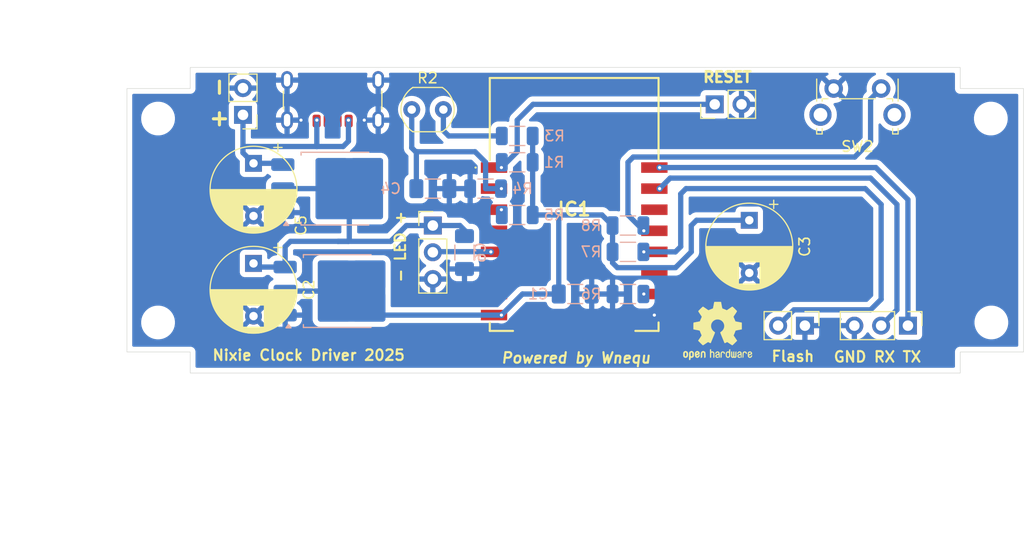
<source format=kicad_pcb>
(kicad_pcb (version 20240108) (generator "pcbnew") (generator_version "8.0")
  (layers (0 "F.Cu" signal) (31 "B.Cu" signal) (34 "B.Paste" user) (35 "F.Paste" user) (36 "B.SilkS" user "B.Silkscreen") (37 "F.SilkS" user "F.Silkscreen") (38 "B.Mask" user) (39 "F.Mask" user) (44 "Edge.Cuts" user))
  (net 0 "")
  (net 1 "GND")
  (net 2 "+3.3V")
  (net 3 "+5V")
  (net 4 "ADC")
  (net 5 "Net-(IC1-EN)")
  (net 8 "LED")
  (net 10 "Net-(IC1-IO0)")
  (net 14 "Net-(IC1-IO15)")
  (net 20 "Net-(IC1-RST)")
  (net 21 "Net-(R2-Pad1)")
  (net 22 "CHANGE")
  (net 25 "TX")
  (net 26 "RX")
  (net 27 "Net-(J1-Pin_1)")
  (footprint "Connector_USB:USB_C_Receptacle_GCT_USB4125-xx-x_6P_TopMnt_Horizontal" (layer "F.Cu") (at 99 57 180)
    (property "Reference" "J5" (hide yes))
    (property "Value" "USB_C_Receptacle_PowerOnly_6P" (hide yes))
    (pad "A5" smd roundrect (at -0.5 -3.08 180) (size 0.7 1.2) (layers "F.Cu" "F.Paste" "F.Mask"))
    (pad "A9" smd roundrect (at 1.52 -3.08) (size 0.76 1.2) (layers "F.Cu" "F.Paste" "F.Mask") (net 27 "Net-(J1-Pin_1)"))
    (pad "A12" smd roundrect (at 2.75 -3.08) (size 0.8 1.2) (layers "F.Cu" "F.Paste" "F.Mask") (net 1 "GND"))
    (pad "B5" smd roundrect (at 0.5 -3.08) (size 0.7 1.2) (layers "F.Cu" "F.Paste" "F.Mask"))
    (pad "B9" smd roundrect (at -1.52 -3.08 180) (size 0.76 1.2) (layers "F.Cu" "F.Paste" "F.Mask") (net 27 "Net-(J1-Pin_1)"))
    (pad "B12" smd roundrect (at -2.75 -3.08 180) (size 0.8 1.2) (layers "F.Cu" "F.Paste" "F.Mask") (net 1 "GND"))
    (pad "S1" thru_hole oval (at -4.32 -3 180) (size 1.1 1.7) (drill oval 0.6 1.2) (layers "*.Cu" "*.Mask" "F.Paste") (net 1 "GND"))
    (pad "S1" thru_hole oval (at -4.32 0.8 180) (size 1.1 1.7) (drill oval 0.6 1.2) (layers "*.Cu" "*.Mask" "F.Paste") (net 1 "GND"))
    (pad "S1" thru_hole oval (at 4.32 -3 180) (size 1.1 1.7) (drill oval 0.6 1.2) (layers "*.Cu" "*.Mask" "F.Paste") (net 1 "GND"))
    (pad "S1" thru_hole oval (at 4.32 0.8 180) (size 1.1 1.7) (drill oval 0.6 1.2) (layers "*.Cu" "*.Mask" "F.Paste") (net 1 "GND"))
  )
  (footprint "MountingHole:MountingHole_2.7mm_M2.5_ISO7380" (layer "F.Cu") (at 161.4 59.85)
    (property "Reference" "REF**" (hide yes))
    (property "Value" "MountingHole_2.7mm_M2.5_ISO7380" (hide yes))
    (pad "" np_thru_hole circle (at 0 0) (size 2.7 2.7) (drill 2.7) (layers "F&B.Cu" "*.Mask"))
  )
  (footprint "Connector_PinHeader_2.54mm:PinHeader_1x03_P2.54mm_Vertical" (layer "F.Cu") (at 108.5 70)
    (property "Reference" "J3" (hide yes))
    (property "Value" "LED" (hide yes))
    (pad "1" thru_hole rect (at 0 0) (size 1.7 1.7) (drill 1) (layers "*.Cu" "*.Mask") (net 3 "+5V"))
    (pad "2" thru_hole oval (at 0 2.54) (size 1.7 1.7) (drill 1) (layers "*.Cu" "*.Mask") (net 8 "LED"))
    (pad "3" thru_hole oval (at 0 5.08) (size 1.7 1.7) (drill 1) (layers "*.Cu" "*.Mask") (net 1 "GND"))
  )
  (footprint "Connector_PinHeader_2.54mm:PinHeader_1x02_P2.54mm_Vertical" (layer "F.Cu") (at 90.5 59.5 180)
    (property "Reference" "J1" (hide yes))
    (property "Value" "VCC" (hide yes))
    (pad "1" thru_hole rect (at 0 0 180) (size 1.7 1.7) (drill 1) (layers "*.Cu" "*.Mask") (net 27 "Net-(J1-Pin_1)"))
    (pad "2" thru_hole oval (at 0 2.54 180) (size 1.7 1.7) (drill 1) (layers "*.Cu" "*.Mask") (net 1 "GND"))
  )
  (footprint "MountingHole:MountingHole_2.7mm_M2.5_ISO7380" (layer "F.Cu") (at 82.45 79.2)
    (property "Reference" "REF**" (hide yes))
    (property "Value" "MountingHole_2.7mm_M2.5_ISO7380" (hide yes))
    (pad "" np_thru_hole circle (at 0 0) (size 2.7 2.7) (drill 2.7) (layers "*.Cu" "*.Mask"))
  )
  (footprint "Connector_PinHeader_2.54mm:PinHeader_1x03_P2.54mm_Vertical" (layer "F.Cu") (at 153.54 79.5 -90)
    (property "Reference" "J6" (hide yes))
    (property "Value" "PROGRAMMING" (hide yes))
    (pad "1" thru_hole rect (at 0 0 270) (size 1.7 1.7) (drill 1) (layers "*.Cu" "*.Mask") (net 25 "TX"))
    (pad "2" thru_hole oval (at 0 2.54 270) (size 1.7 1.7) (drill 1) (layers "*.Cu" "*.Mask") (net 26 "RX"))
    (pad "3" thru_hole oval (at 0 5.08 270) (size 1.7 1.7) (drill 1) (layers "*.Cu" "*.Mask") (net 1 "GND"))
  )
  (footprint "Connector_PinHeader_2.54mm:PinHeader_1x02_P2.54mm_Vertical" (layer "F.Cu") (at 143.775 79.5 -90)
    (property "Reference" "J4" (hide yes))
    (property "Value" "FLASH" (hide yes))
    (pad "1" thru_hole rect (at 0 0 270) (size 1.7 1.7) (drill 1) (layers "*.Cu" "*.Mask") (net 1 "GND"))
    (pad "2" thru_hole oval (at 0 2.54 270) (size 1.7 1.7) (drill 1) (layers "*.Cu" "*.Mask") (net 10 "Net-(IC1-IO0)"))
  )
  (footprint "Capacitor_THT:CP_Radial_D8.0mm_P5.00mm" (layer "F.Cu") (at 138.5 69.5 -90)
    (property "Reference" "C3" (at 2.5 -5.25 90) (layer "F.SilkS"))
    (property "Value" "100u" (hide yes))
    (pad "1" thru_hole rect (at 0 0 270) (size 1.6 1.6) (drill 0.8) (layers "*.Cu" "*.Mask") (net 2 "+3.3V"))
    (pad "2" thru_hole circle (at 5 0 270) (size 1.6 1.6) (drill 0.8) (layers "*.Cu" "*.Mask") (net 1 "GND"))
  )
  (footprint "SamacSys_Parts:ESP12F" (layer "F.Cu") (at 121.9 68)
    (property "Reference" "IC1" (at 0 0.45 0) (layer "F.SilkS") (effects (font (size 1.27 1.27) (thickness 0.254))))
    (property "Value" "ESP12F" (hide yes))
    (pad "1" smd rect (at -7.6 -3.5 90) (size 1 2.5) (layers "F.Cu" "F.Paste" "F.Mask") (net 20 "Net-(IC1-RST)"))
    (pad "2" smd rect (at -7.6 -1.5 90) (size 1 2.5) (layers "F.Cu" "F.Paste" "F.Mask") (net 4 "ADC"))
    (pad "3" smd rect (at -7.6 0.5 90) (size 1 2.5) (layers "F.Cu" "F.Paste" "F.Mask") (net 5 "Net-(IC1-EN)"))
    (pad "4" smd rect (at -7.6 2.5 90) (size 1 2.5) (layers "F.Cu" "F.Paste" "F.Mask"))
    (pad "5" smd rect (at -7.6 4.5 90) (size 1 2.5) (layers "F.Cu" "F.Paste" "F.Mask") (net 8 "LED"))
    (pad "6" smd rect (at -7.6 6.5 90) (size 1 2.5) (layers "F.Cu" "F.Paste" "F.Mask"))
    (pad "7" smd rect (at -7.6 8.5 90) (size 1 2.5) (layers "F.Cu" "F.Paste" "F.Mask"))
    (pad "8" smd rect (at -7.6 10.5 90) (size 1 2.5) (layers "F.Cu" "F.Paste" "F.Mask") (net 2 "+3.3V"))
    (pad "9" smd rect (at -5 12) (size 1 1.8) (layers "F.Cu" "F.Paste" "F.Mask"))
    (pad "10" smd rect (at -3 12) (size 1 1.8) (layers "F.Cu" "F.Paste" "F.Mask"))
    (pad "11" smd rect (at -1 12) (size 1 1.8) (layers "F.Cu" "F.Paste" "F.Mask"))
    (pad "12" smd rect (at 1 12) (size 1 1.8) (layers "F.Cu" "F.Paste" "F.Mask"))
    (pad "13" smd rect (at 3 12) (size 1 1.8) (layers "F.Cu" "F.Paste" "F.Mask"))
    (pad "14" smd rect (at 5 12) (size 1 1.8) (layers "F.Cu" "F.Paste" "F.Mask"))
    (pad "15" smd rect (at 7.6 10.5 90) (size 1 2.5) (layers "F.Cu" "F.Paste" "F.Mask") (net 1 "GND"))
    (pad "16" smd rect (at 7.6 8.5 90) (size 1 2.5) (layers "F.Cu" "F.Paste" "F.Mask") (net 14 "Net-(IC1-IO15)"))
    (pad "17" smd rect (at 7.6 6.5 90) (size 1 2.5) (layers "F.Cu" "F.Paste" "F.Mask"))
    (pad "18" smd rect (at 7.6 4.5 90) (size 1 2.5) (layers "F.Cu" "F.Paste" "F.Mask") (net 10 "Net-(IC1-IO0)"))
    (pad "19" smd rect (at 7.6 2.5 90) (size 1 2.5) (layers "F.Cu" "F.Paste" "F.Mask") (net 22 "CHANGE"))
    (pad "20" smd rect (at 7.6 0.5 90) (size 1 2.5) (layers "F.Cu" "F.Paste" "F.Mask"))
    (pad "21" smd rect (at 7.6 -1.5 90) (size 1 2.5) (layers "F.Cu" "F.Paste" "F.Mask") (net 26 "RX"))
    (pad "22" smd rect (at 7.6 -3.5 90) (size 1 2.5) (layers "F.Cu" "F.Paste" "F.Mask") (net 25 "TX"))
  )
  (footprint "Button_Switch_THT:SW_Tactile_SPST_Angled_PTS645Vx83-2LFS" (layer "F.Cu") (at 146.5 57)
    (property "Reference" "SW2" (at 2.25 5.5 0) (layer "F.SilkS"))
    (property "Value" "CHANGE" (hide yes))
    (pad "" thru_hole circle (at -1.25 2.49) (size 2.1 2.1) (drill 1.3) (layers "*.Cu" "*.Mask"))
    (pad "" thru_hole circle (at 5.76 2.49) (size 2.1 2.1) (drill 1.3) (layers "*.Cu" "*.Mask"))
    (pad "1" thru_hole circle (at 0 0) (size 1.75 1.75) (drill 0.99) (layers "*.Cu" "*.Mask") (net 1 "GND"))
    (pad "2" thru_hole circle (at 4.5 0) (size 1.75 1.75) (drill 0.99) (layers "*.Cu" "*.Mask") (net 22 "CHANGE"))
  )
  (footprint "MountingHole:MountingHole_2.7mm_M2.5_ISO7380" (layer "F.Cu") (at 82.45 59.85)
    (property "Reference" "REF**" (hide yes))
    (property "Value" "MountingHole_2.7mm_M2.5_ISO7380" (hide yes))
    (pad "" np_thru_hole circle (at 0 0) (size 2.7 2.7) (drill 2.7) (layers "F&B.Cu" "*.Mask"))
  )
  (footprint "Capacitor_THT:CP_Radial_D8.0mm_P5.00mm" (layer "F.Cu") (at 91.5 64.097349 -90)
    (property "Reference" "C5" (at 5.902651 -4.5 90) (layer "F.SilkS"))
    (property "Value" "100u" (hide yes))
    (pad "1" thru_hole rect (at 0 0 270) (size 1.6 1.6) (drill 0.8) (layers "*.Cu" "*.Mask") (net 27 "Net-(J1-Pin_1)"))
    (pad "2" thru_hole circle (at 5 0 270) (size 1.6 1.6) (drill 0.8) (layers "*.Cu" "*.Mask") (net 1 "GND"))
  )
  (footprint "MountingHole:MountingHole_2.7mm_M2.5_ISO7380" (layer "F.Cu") (at 161.45 79.2)
    (property "Reference" "REF**" (hide yes))
    (property "Value" "MountingHole_2.7mm_M2.5_ISO7380" (hide yes))
    (pad "" np_thru_hole circle (at 0 0) (size 2.7 2.7) (drill 2.7) (layers "F&B.Cu" "*.Mask"))
  )
  (footprint "OptoDevice:R_LDR_5.0x4.1mm_P3mm_Vertical" (layer "F.Cu") (at 109.5 59 180)
    (property "Reference" "R2" (at 1.5 3 0) (layer "F.SilkS"))
    (property "Value" "GL5516" (hide yes))
    (pad "1" thru_hole circle (at 0 0 180) (size 1.6 1.6) (drill 0.8) (layers "*.Cu" "*.Mask") (net 21 "Net-(R2-Pad1)"))
    (pad "2" thru_hole circle (at 3 0 180) (size 1.6 1.6) (drill 0.8) (layers "*.Cu" "*.Mask") (net 4 "ADC"))
  )
  (footprint "Connector_PinHeader_2.54mm:PinHeader_1x02_P2.54mm_Vertical" (layer "F.Cu") (at 135.225 58.5 90)
    (property "Reference" "J2" (hide yes))
    (property "Value" "RESET" (hide yes))
    (pad "1" thru_hole rect (at 0 0 90) (size 1.7 1.7) (drill 1) (layers "*.Cu" "*.Mask") (net 20 "Net-(IC1-RST)"))
    (pad "2" thru_hole oval (at 0 2.54 90) (size 1.7 1.7) (drill 1) (layers "*.Cu" "*.Mask") (net 1 "GND"))
  )
  (footprint "Symbol:OSHW-Logo2_7.3x6mm_SilkScreen" (layer "F.Cu") (at 135.5 80)
    (property "Reference" "REF**" (hide yes))
    (property "Value" "OSHW-Logo2_7.3x6mm_SilkScreen" (hide yes))
  )
  (footprint "Capacitor_THT:CP_Radial_D8.0mm_P5.00mm" (layer "F.Cu") (at 91.5 73.597349 -90)
    (property "Reference" "C2" (at 2.5 -5.25 90) (layer "F.SilkS"))
    (property "Value" "100u" (hide yes))
    (pad "1" thru_hole rect (at 0 0 270) (size 1.6 1.6) (drill 0.8) (layers "*.Cu" "*.Mask") (net 3 "+5V"))
    (pad "2" thru_hole circle (at 5 0 270) (size 1.6 1.6) (drill 0.8) (layers "*.Cu" "*.Mask") (net 1 "GND"))
  )
  (footprint "Resistor_SMD:R_1206_3216Metric" (layer "B.Cu") (at 127 72.5 180)
    (property "Reference" "R7" (at 3.5 0 0) (layer "B.SilkS") (effects (justify mirror)))
    (property "Value" "10k" (hide yes))
    (pad "1" smd roundrect (at -1.4625 0 180) (size 1.125 1.75) (layers "B.Cu" "B.Paste" "B.Mask") (roundrect_rratio 0.222222) (net 10 "Net-(IC1-IO0)"))
    (pad "2" smd roundrect (at 1.4625 0 180) (size 1.125 1.75) (layers "B.Cu" "B.Paste" "B.Mask") (roundrect_rratio 0.222222) (net 2 "+3.3V"))
  )
  (footprint "Package_TO_SOT_SMD:TO-252-3_TabPin2" (layer "B.Cu") (at 99.317651 66.5)
    (property "Reference" "U2" (hide yes))
    (property "Value" "LM1117DT-5.0" (hide yes))
    (pad "1" smd roundrect (at -5.04 2.28) (size 2.2 1.2) (layers "B.Cu" "B.Paste" "B.Mask") (roundrect_rratio 0.208333) (net 1 "GND"))
    (pad "2" smd roundrect (at -5.04 0) (size 2.2 1.2) (layers "B.Cu" "B.Paste" "B.Mask") (roundrect_rratio 0.208333) (net 3 "+5V"))
    (pad "2" smd roundrect (at -0.415 -1.525) (size 3.05 2.75) (layers "B.Cu" "B.Paste") (roundrect_rratio 0.090909) (net 3 "+5V"))
    (pad "2" smd roundrect (at -0.415 1.525) (size 3.05 2.75) (layers "B.Cu" "B.Paste") (roundrect_rratio 0.090909) (net 3 "+5V"))
    (pad "2" smd roundrect (at 1.26 0) (size 6.4 5.8) (layers "B.Cu" "B.Mask") (roundrect_rratio 0.043103) (net 3 "+5V"))
    (pad "2" smd roundrect (at 2.935 -1.525) (size 3.05 2.75) (layers "B.Cu" "B.Paste") (roundrect_rratio 0.090909) (net 3 "+5V"))
    (pad "2" smd roundrect (at 2.935 1.525) (size 3.05 2.75) (layers "B.Cu" "B.Paste") (roundrect_rratio 0.090909) (net 3 "+5V"))
    (pad "3" smd roundrect (at -5.04 -2.28) (size 2.2 1.2) (layers "B.Cu" "B.Paste" "B.Mask") (roundrect_rratio 0.208333) (net 27 "Net-(J1-Pin_1)"))
  )
  (footprint "Resistor_SMD:R_1206_3216Metric" (layer "B.Cu") (at 116.5 64 180)
    (property "Reference" "R1" (at -3.5 0 0) (layer "B.SilkS") (effects (justify mirror)))
    (property "Value" "10k" (hide yes))
    (pad "1" smd roundrect (at -1.4625 0 180) (size 1.125 1.75) (layers "B.Cu" "B.Paste" "B.Mask") (roundrect_rratio 0.222222) (net 2 "+3.3V"))
    (pad "2" smd roundrect (at 1.4625 0 180) (size 1.125 1.75) (layers "B.Cu" "B.Paste" "B.Mask") (roundrect_rratio 0.222222) (net 20 "Net-(IC1-RST)"))
  )
  (footprint "Capacitor_SMD:C_1206_3216Metric_Pad1.33x1.80mm_HandSolder" (layer "B.Cu") (at 111.5 72.5625 -90)
    (property "Reference" "C6" (at 0 -1.5 90) (layer "B.SilkS") (effects (justify mirror)))
    (property "Value" "100n" (hide yes))
    (pad "1" smd roundrect (at -1.5625 0 270) (size 1.325 1.8) (layers "B.Cu" "B.Paste" "B.Mask") (roundrect_rratio 0.188679) (net 3 "+5V"))
    (pad "2" smd roundrect (at 1.5625 0 270) (size 1.325 1.8) (layers "B.Cu" "B.Paste" "B.Mask") (roundrect_rratio 0.188679) (net 1 "GND"))
  )
  (footprint "Resistor_SMD:R_1206_3216Metric" (layer "B.Cu") (at 113.5 66.5 180)
    (property "Reference" "R4" (at -3.5 0 0) (layer "B.SilkS") (effects (justify mirror)))
    (property "Value" "4k7" (hide yes))
    (pad "1" smd roundrect (at -1.4625 0 180) (size 1.125 1.75) (layers "B.Cu" "B.Paste" "B.Mask") (roundrect_rratio 0.222222) (net 4 "ADC"))
    (pad "2" smd roundrect (at 1.4625 0 180) (size 1.125 1.75) (layers "B.Cu" "B.Paste" "B.Mask") (roundrect_rratio 0.222222) (net 1 "GND"))
  )
  (footprint "Capacitor_SMD:C_1206_3216Metric_Pad1.33x1.80mm_HandSolder" (layer "B.Cu") (at 108.5 66.5)
    (property "Reference" "C4" (at -4 0 0) (layer "B.SilkS") (effects (justify mirror)))
    (property "Value" "1uF" (hide yes))
    (pad "1" smd roundrect (at -1.5625 0) (size 1.325 1.8) (layers "B.Cu" "B.Paste" "B.Mask") (roundrect_rratio 0.188679) (net 4 "ADC"))
    (pad "2" smd roundrect (at 1.5625 0) (size 1.325 1.8) (layers "B.Cu" "B.Paste" "B.Mask") (roundrect_rratio 0.188679) (net 1 "GND"))
  )
  (footprint "Resistor_SMD:R_1206_3216Metric" (layer "B.Cu") (at 127 70 180)
    (property "Reference" "R8" (at 3.5 0 0) (layer "B.SilkS") (effects (justify mirror)))
    (property "Value" "10k" (hide yes))
    (pad "1" smd roundrect (at -1.4625 0 180) (size 1.125 1.75) (layers "B.Cu" "B.Paste" "B.Mask") (roundrect_rratio 0.222222) (net 22 "CHANGE"))
    (pad "2" smd roundrect (at 1.4625 0 180) (size 1.125 1.75) (layers "B.Cu" "B.Paste" "B.Mask") (roundrect_rratio 0.222222) (net 2 "+3.3V"))
  )
  (footprint "Resistor_SMD:R_1206_3216Metric" (layer "B.Cu") (at 127 76.5 180)
    (property "Reference" "R6" (at 3.5 0 0) (layer "B.SilkS") (effects (justify mirror)))
    (property "Value" "10k" (hide yes))
    (pad "1" smd roundrect (at -1.4625 0 180) (size 1.125 1.75) (layers "B.Cu" "B.Paste" "B.Mask") (roundrect_rratio 0.222222) (net 14 "Net-(IC1-IO15)"))
    (pad "2" smd roundrect (at 1.4625 0 180) (size 1.125 1.75) (layers "B.Cu" "B.Paste" "B.Mask") (roundrect_rratio 0.222222) (net 1 "GND"))
  )
  (footprint "Resistor_SMD:R_1206_3216Metric" (layer "B.Cu") (at 116.5 61.5 180)
    (property "Reference" "R3" (at -3.5375 0 0) (layer "B.SilkS") (effects (justify mirror)))
    (property "Value" "2k2" (hide yes))
    (pad "1" smd roundrect (at -1.4625 0 180) (size 1.125 1.75) (layers "B.Cu" "B.Paste" "B.Mask") (roundrect_rratio 0.222222) (net 2 "+3.3V"))
    (pad "2" smd roundrect (at 1.4625 0 180) (size 1.125 1.75) (layers "B.Cu" "B.Paste" "B.Mask") (roundrect_rratio 0.222222) (net 21 "Net-(R2-Pad1)"))
  )
  (footprint "Resistor_SMD:R_1206_3216Metric" (layer "B.Cu") (at 116.5 69 180)
    (property "Reference" "R5" (at -3.5 0 0) (layer "B.SilkS") (effects (justify mirror)))
    (property "Value" "10k" (hide yes))
    (pad "1" smd roundrect (at -1.4625 0 180) (size 1.125 1.75) (layers "B.Cu" "B.Paste" "B.Mask") (roundrect_rratio 0.222222) (net 2 "+3.3V"))
    (pad "2" smd roundrect (at 1.4625 0 180) (size 1.125 1.75) (layers "B.Cu" "B.Paste" "B.Mask") (roundrect_rratio 0.222222) (net 5 "Net-(IC1-EN)"))
  )
  (footprint "Package_TO_SOT_SMD:TO-252-3_TabPin2" (layer "B.Cu") (at 99.54 76.22)
    (property "Reference" "U1" (hide yes))
    (property "Value" "LM1117DT-3.3" (hide yes))
    (pad "1" smd roundrect (at -5.04 2.28) (size 2.2 1.2) (layers "B.Cu" "B.Paste" "B.Mask") (roundrect_rratio 0.208333) (net 1 "GND"))
    (pad "2" smd roundrect (at -5.04 0) (size 2.2 1.2) (layers "B.Cu" "B.Paste" "B.Mask") (roundrect_rratio 0.208333) (net 2 "+3.3V"))
    (pad "2" smd roundrect (at -0.415 -1.525) (size 3.05 2.75) (layers "B.Cu" "B.Paste") (roundrect_rratio 0.090909) (net 2 "+3.3V"))
    (pad "2" smd roundrect (at -0.415 1.525) (size 3.05 2.75) (layers "B.Cu" "B.Paste") (roundrect_rratio 0.090909) (net 2 "+3.3V"))
    (pad "2" smd roundrect (at 1.26 0) (size 6.4 5.8) (layers "B.Cu" "B.Mask") (roundrect_rratio 0.043103) (net 2 "+3.3V"))
    (pad "2" smd roundrect (at 2.935 -1.525) (size 3.05 2.75) (layers "B.Cu" "B.Paste") (roundrect_rratio 0.090909) (net 2 "+3.3V"))
    (pad "2" smd roundrect (at 2.935 1.525) (size 3.05 2.75) (layers "B.Cu" "B.Paste") (roundrect_rratio 0.090909) (net 2 "+3.3V"))
    (pad "3" smd roundrect (at -5.04 -2.28) (size 2.2 1.2) (layers "B.Cu" "B.Paste" "B.Mask") (roundrect_rratio 0.208333) (net 3 "+5V"))
  )
  (footprint "Capacitor_SMD:C_1206_3216Metric_Pad1.33x1.80mm_HandSolder" (layer "B.Cu") (at 122 76.5)
    (property "Reference" "C1" (at -3.5 0 0) (layer "B.SilkS") (effects (justify mirror)))
    (property "Value" "100n" (hide yes))
    (pad "1" smd roundrect (at -1.5625 0) (size 1.325 1.8) (layers "B.Cu" "B.Paste" "B.Mask") (roundrect_rratio 0.188679) (net 2 "+3.3V"))
    (pad "2" smd roundrect (at 1.5625 0) (size 1.325 1.8) (layers "B.Cu" "B.Paste" "B.Mask") (roundrect_rratio 0.188679) (net 1 "GND"))
  )
  (gr_poly (pts (xy 79.5 57) (xy 79.5 82) (xy 85.5 82) (xy 85.5 84) (xy 158.5 84) (xy 158.5 82) (xy 164.5 82) (xy 164.5 57) (xy 158.5 57) (xy 158.5 55) (xy 85.5 55) (xy 85.5 57)) (stroke (width 0.05)) (fill none) (layer "Edge.Cuts"))
  (gr_text "+ -" (at 87.5 61 -90) (layer "F.SilkS") (effects (font (size 1.5 1.5) (thickness 0.3) (bold yes)) (justify left bottom mirror)))
  (gr_text "GND RX TX" (at 146.4 83.05 0) (layer "F.SilkS") (effects (font (size 1 1) (thickness 0.2) (bold yes)) (justify left bottom)))
  (gr_text "RESET" (at 134 56.5 0) (layer "F.SilkS") (effects (font (size 1 1) (thickness 0.25) (bold yes)) (justify left bottom)))
  (gr_text "- LED +" (at 106 75.5 90) (layer "F.SilkS") (effects (font (size 1 1) (thickness 0.2) (bold yes)) (justify left bottom)))
  (gr_text "Nixie Clock Driver 2025\n\n" (at 87.5 84.5 0) (layer "F.SilkS") (effects (font (size 1 1) (thickness 0.2) (bold yes)) (justify left bottom)))
  (gr_text "Flash" (at 140.5 83 0) (layer "F.SilkS") (effects (font (size 1 1) (thickness 0.2) (bold yes)) (justify left bottom)))
  (gr_text "Powered by Wnequ" (at 114.9 83.15 0) (layer "F.SilkS") (effects (font (size 1 1) (thickness 0.2) (bold yes) (italic yes)) (justify left bottom)))
  (via (at 129.5 78.5) (size 0.6) (drill 0.3) (layers "F.Cu" "B.Cu") (net 1))
  (via (at 96 60) (size 0.6) (drill 0.3) (layers "F.Cu" "B.Cu") (net 1))
  (via (at 102 60) (size 0.6) (drill 0.3) (layers "F.Cu" "B.Cu") (net 1))
  (via (at 115 78.5) (size 0.6) (drill 0.3) (layers "F.Cu" "B.Cu") (net 2))
  (segment (start 100.95 76.22) (end 94.5 76.22) (width 0.5) (layer "B.Cu") (net 2))
  (segment (start 117.9625 62) (end 117.9625 69) (width 0.5) (layer "B.Cu") (net 2))
  (segment (start 133 72.5) (end 133 70) (width 0.5) (layer "B.Cu") (net 2))
  (segment (start 117 76.5) (end 115 78.5) (width 0.5) (layer "B.Cu") (net 2))
  (segment (start 125.5375 72.5) (end 125.5375 73.5375) (width 0.5) (layer "B.Cu") (net 2))
  (segment (start 125.5375 73.5375) (end 126 74) (width 0.5) (layer "B.Cu") (net 2))
  (segment (start 133.5 69.5) (end 138.5 69.5) (width 0.5) (layer "B.Cu") (net 2))
  (segment (start 126 74) (end 131.5 74) (width 0.5) (layer "B.Cu") (net 2))
  (segment (start 120.4375 76.5) (end 117 76.5) (width 0.5) (layer "B.Cu") (net 2))
  (segment (start 125.5375 70) (end 125.5375 72.5) (width 0.5) (layer "B.Cu") (net 2))
  (segment (start 133 70) (end 133.5 69.5) (width 0.5) (layer "B.Cu") (net 2))
  (segment (start 120.4375 69.0625) (end 120.5 69) (width 0.5) (layer "B.Cu") (net 2))
  (segment (start 102.475 77.745) (end 100.95 76.22) (width 0.5) (layer "B.Cu") (net 2))
  (segment (start 124.5375 69) (end 125.5375 70) (width 0.5) (layer "B.Cu") (net 2))
  (segment (start 131.5 74) (end 133 72.5) (width 0.5) (layer "B.Cu") (net 2))
  (segment (start 103.23 78.5) (end 102.475 77.745) (width 0.5) (layer "B.Cu") (net 2))
  (segment (start 120.4375 76.5) (end 120.4375 69.0625) (width 0.5) (layer "B.Cu") (net 2))
  (segment (start 117.9625 69) (end 120.5 69) (width 0.5) (layer "B.Cu") (net 2))
  (segment (start 120.5 69) (end 124.5375 69) (width 0.5) (layer "B.Cu") (net 2))
  (segment (start 115 78.5) (end 103.23 78.5) (width 0.5) (layer "B.Cu") (net 2))
  (segment (start 99.5 71.5) (end 100.5 71.5) (width 0.5) (layer "B.Cu") (net 3))
  (segment (start 94.5 72) (end 95 71.5) (width 0.5) (layer "B.Cu") (net 3))
  (segment (start 95 71.5) (end 99.5 71.5) (width 0.5) (layer "B.Cu") (net 3))
  (segment (start 91.842651 73.94) (end 91.5 73.597349) (width 0.5) (layer "B.Cu") (net 3))
  (segment (start 108.5 70) (end 111.0625 70) (width 0.5) (layer "B.Cu") (net 3))
  (segment (start 99.5 71.5) (end 104.5 71.5) (width 0.5) (layer "B.Cu") (net 3))
  (segment (start 94.5 73.94) (end 94.5 72) (width 0.5) (layer "B.Cu") (net 3))
  (segment (start 100.5 71.5) (end 100.577651 71.422349) (width 0.5) (layer "B.Cu") (net 3))
  (segment (start 100.577651 66.5) (end 100 66.5) (width 0.5) (layer "B.Cu") (net 3))
  (segment (start 111.0625 70) (end 112 70.9375) (width 0.5) (layer "B.Cu") (net 3))
  (segment (start 104.5 71.5) (end 106 70) (width 0.5) (layer "B.Cu") (net 3))
  (segment (start 100.577651 71.422349) (end 100.577651 66.5) (width 0.5) (layer "B.Cu") (net 3))
  (segment (start 99.277651 66.5) (end 94.277651 66.5) (width 0.5) (layer "B.Cu") (net 3))
  (segment (start 106 70) (end 108.5 70) (width 0.5) (layer "B.Cu") (net 3))
  (segment (start 94.5 73.94) (end 91.842651 73.94) (width 0.5) (layer "B.Cu") (net 3))
  (via (at 115 66.5) (size 0.6) (drill 0.3) (layers "F.Cu" "B.Cu") (net 4))
  (segment (start 113.5 64) (end 112.5 63) (width 0.5) (layer "B.Cu") (net 4))
  (segment (start 112.5 63) (end 107 63) (width 0.5) (layer "B.Cu") (net 4))
  (segment (start 113.5 66.5) (end 113.5 64) (width 0.5) (layer "B.Cu") (net 4))
  (segment (start 107 63) (end 106.9375 63.0625) (width 0.5) (layer "B.Cu") (net 4))
  (segment (start 115 66.5) (end 113.5 66.5) (width 0.5) (layer "B.Cu") (net 4))
  (segment (start 106.5 62.625) (end 106.5 59) (width 0.5) (layer "B.Cu") (net 4))
  (segment (start 106.9375 63.0625) (end 106.9375 66.5) (width 0.5) (layer "B.Cu") (net 4))
  (segment (start 106.9375 63.0625) (end 106.5 62.625) (width 0.5) (layer "B.Cu") (net 4))
  (via (at 115 68.5) (size 0.6) (drill 0.3) (layers "F.Cu" "B.Cu") (net 5))
  (via (at 114 72.5) (size 0.6) (drill 0.3) (layers "F.Cu" "B.Cu") (net 8))
  (segment (start 108 72.485) (end 113.985 72.485) (width 0.5) (layer "B.Cu") (net 8))
  (segment (start 113.985 72.485) (end 114 72.5) (width 0.2) (layer "B.Cu") (net 8))
  (via (at 128.5 72.5) (size 0.6) (drill 0.3) (layers "F.Cu" "B.Cu") (net 10))
  (segment (start 132 67) (end 132 72) (width 0.5) (layer "B.Cu") (net 10))
  (segment (start 142.735 78) (end 150 78) (width 0.5) (layer "B.Cu") (net 10))
  (segment (start 151 77) (end 151 68) (width 0.5) (layer "B.Cu") (net 10))
  (segment (start 151 68) (end 149.5 66.5) (width 0.5) (layer "B.Cu") (net 10))
  (segment (start 149.5 66.5) (end 132.5 66.5) (width 0.5) (layer "B.Cu") (net 10))
  (segment (start 132 72) (end 131.5 72.5) (width 0.5) (layer "B.Cu") (net 10))
  (segment (start 132.5 66.5) (end 132 67) (width 0.5) (layer "B.Cu") (net 10))
  (segment (start 131.5 72.5) (end 128.4625 72.5) (width 0.5) (layer "B.Cu") (net 10))
  (segment (start 141.235 79.5) (end 142.735 78) (width 0.5) (layer "B.Cu") (net 10))
  (segment (start 150 78) (end 151 77) (width 0.5) (layer "B.Cu") (net 10))
  (via (at 128.5 76.5) (size 0.6) (drill 0.3) (layers "F.Cu" "B.Cu") (net 14))
  (via (at 115 64.5) (size 0.6) (drill 0.3) (layers "F.Cu" "B.Cu") (net 20))
  (segment (start 115 64.5) (end 116.5 63) (width 0.5) (layer "B.Cu") (net 20))
  (segment (start 118 58.5) (end 135.225 58.5) (width 0.5) (layer "B.Cu") (net 20))
  (segment (start 116.5 60) (end 118 58.5) (width 0.5) (layer "B.Cu") (net 20))
  (segment (start 116.5 63) (end 116.5 60) (width 0.5) (layer "B.Cu") (net 20))
  (segment (start 110 61.5) (end 109.5 61) (width 0.5) (layer "B.Cu") (net 21))
  (segment (start 115.0375 61.5) (end 110 61.5) (width 0.5) (layer "B.Cu") (net 21))
  (segment (start 109.5 61) (end 109.5 59) (width 0.5) (layer "B.Cu") (net 21))
  (via (at 128.5 70.5) (size 0.6) (drill 0.3) (layers "F.Cu" "B.Cu") (net 22))
  (segment (start 127 64) (end 127.5 63.5) (width 0.5) (layer "B.Cu") (net 22))
  (segment (start 128.5 70.5) (end 127 69) (width 0.5) (layer "B.Cu") (net 22))
  (segment (start 127 69) (end 127 64) (width 0.5) (layer "B.Cu") (net 22))
  (segment (start 150 58) (end 151 57) (width 0.5) (layer "B.Cu") (net 22))
  (segment (start 150 62) (end 150 58) (width 0.5) (layer "B.Cu") (net 22))
  (segment (start 148.5 63.5) (end 150 62) (width 0.5) (layer "B.Cu") (net 22))
  (segment (start 127.5 63.5) (end 148.5 63.5) (width 0.5) (layer "B.Cu") (net 22))
  (via (at 130 64.5) (size 0.6) (drill 0.3) (layers "F.Cu" "B.Cu") (net 25))
  (segment (start 153.54 79.5) (end 153.54 67.54) (width 0.5) (layer "B.Cu") (net 25))
  (segment (start 153.54 67.54) (end 150.5 64.5) (width 0.5) (layer "B.Cu") (net 25))
  (segment (start 150.5 64.5) (end 130 64.5) (width 0.5) (layer "B.Cu") (net 25))
  (via (at 130 66.5) (size 0.6) (drill 0.3) (layers "F.Cu" "B.Cu") (net 26))
  (segment (start 150 65.5) (end 131 65.5) (width 0.5) (layer "B.Cu") (net 26))
  (segment (start 151 79.5) (end 152.5 78) (width 0.5) (layer "B.Cu") (net 26))
  (segment (start 152.5 68) (end 150 65.5) (width 0.5) (layer "B.Cu") (net 26))
  (segment (start 152.5 78) (end 152.5 68) (width 0.5) (layer "B.Cu") (net 26))
  (segment (start 131 65.5) (end 130 66.5) (width 0.5) (layer "B.Cu") (net 26))
  (via (at 100.5 60) (size 0.6) (drill 0.3) (layers "F.Cu" "B.Cu") (net 27))
  (via (at 97.5 60) (size 0.6) (drill 0.3) (layers "F.Cu" "B.Cu") (net 27))
  (segment (start 94.155 64.097349) (end 94.277651 64.22) (width 0.5) (layer "B.Cu") (net 27))
  (segment (start 97.5 62.5) (end 100 62.5) (width 0.5) (layer "B.Cu") (net 27))
  (segment (start 91.5 64.097349) (end 94.155 64.097349) (width 0.5) (layer "B.Cu") (net 27))
  (segment (start 90.5 59.5) (end 90.5 62.5) (width 0.5) (layer "B.Cu") (net 27))
  (segment (start 90.5 62.5) (end 90.5 63.097349) (width 0.5) (layer "B.Cu") (net 27))
  (segment (start 90.5 63.097349) (end 91.5 64.097349) (width 0.5) (layer "B.Cu") (net 27))
  (segment (start 100.5 60.5) (end 100.5 60) (width 0.5) (layer "B.Cu") (net 27))
  (segment (start 100.5 62) (end 100.5 60.5) (width 0.5) (layer "B.Cu") (net 27))
  (segment (start 90.5 62.5) (end 97.5 62.5) (width 0.5) (layer "B.Cu") (net 27))
  (segment (start 100 62.5) (end 100.5 62) (width 0.5) (layer "B.Cu") (net 27))
  (segment (start 97.5 62.5) (end 97.5 60) (width 0.5) (layer "B.Cu") (net 27))
  (zone (net 1) (net_name "GND") (layer "B.Cu") (connect_pads (clearance 0.5)) (min_thickness 0.25) (fill yes (thermal_gap 0.5) (thermal_bridge_width 0.5))
    (polygon (pts (xy 158.5 55) (xy 158.5 57) (xy 164.5 57) (xy 164.5 82) (xy 158.5 82) (xy 158.5 84) (xy 85.5 84) (xy 85.5 82) (xy 79.5 82) (xy 79.5 57) (xy 85.5 57) (xy 85.5 55)))
  )
)
</source>
